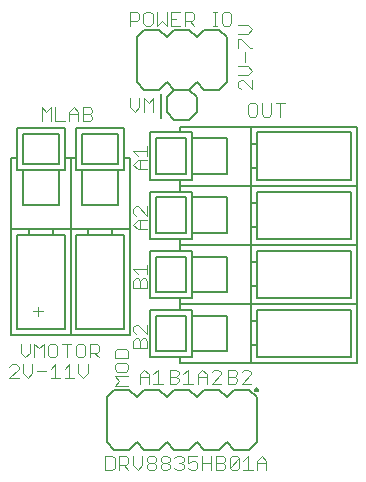
<source format=gbr>
G75*
G70*
%OFA0B0*%
%FSLAX24Y24*%
%IPPOS*%
%LPD*%
%AMOC8*
5,1,8,0,0,1.08239X$1,22.5*
%
%ADD10C,0.0040*%
%ADD11C,0.0079*%
%ADD12C,0.0050*%
%ADD13C,0.0060*%
D10*
X000668Y003555D02*
X000975Y003862D01*
X000975Y003939D01*
X000898Y004015D01*
X000744Y004015D01*
X000668Y003939D01*
X000668Y003555D02*
X000975Y003555D01*
X001128Y003708D02*
X001281Y003555D01*
X001435Y003708D01*
X001435Y004015D01*
X001503Y004243D02*
X001503Y004703D01*
X001656Y004549D01*
X001810Y004703D01*
X001810Y004243D01*
X001963Y004319D02*
X001963Y004626D01*
X002040Y004703D01*
X002194Y004703D01*
X002270Y004626D01*
X002270Y004319D01*
X002194Y004243D01*
X002040Y004243D01*
X001963Y004319D01*
X002202Y004015D02*
X002049Y003862D01*
X001895Y003785D02*
X001588Y003785D01*
X001196Y004243D02*
X001350Y004396D01*
X001350Y004703D01*
X001043Y004703D02*
X001043Y004396D01*
X001196Y004243D01*
X001128Y004015D02*
X001128Y003708D01*
X002049Y003555D02*
X002356Y003555D01*
X002509Y003555D02*
X002816Y003555D01*
X002663Y003555D02*
X002663Y004015D01*
X002509Y003862D01*
X002202Y004015D02*
X002202Y003555D01*
X002577Y004243D02*
X002577Y004703D01*
X002424Y004703D02*
X002731Y004703D01*
X002884Y004626D02*
X002884Y004319D01*
X002961Y004243D01*
X003114Y004243D01*
X003191Y004319D01*
X003191Y004626D01*
X003114Y004703D01*
X002961Y004703D01*
X002884Y004626D01*
X002970Y004015D02*
X002970Y003708D01*
X003123Y003555D01*
X003277Y003708D01*
X003277Y004015D01*
X003345Y004243D02*
X003345Y004703D01*
X003575Y004703D01*
X003652Y004626D01*
X003652Y004473D01*
X003575Y004396D01*
X003345Y004396D01*
X003498Y004396D02*
X003652Y004243D01*
X004180Y004226D02*
X004180Y004456D01*
X004256Y004533D01*
X004563Y004533D01*
X004640Y004456D01*
X004640Y004226D01*
X004180Y004226D01*
X004256Y004072D02*
X004180Y003996D01*
X004180Y003842D01*
X004256Y003765D01*
X004563Y003765D01*
X004640Y003842D01*
X004640Y003996D01*
X004563Y004072D01*
X004256Y004072D01*
X004180Y003612D02*
X004640Y003612D01*
X004640Y003305D02*
X004180Y003305D01*
X004333Y003458D01*
X004180Y003612D01*
X004805Y004572D02*
X004805Y004802D01*
X004881Y004879D01*
X004958Y004879D01*
X005035Y004802D01*
X005035Y004572D01*
X005035Y004802D02*
X005112Y004879D01*
X005188Y004879D01*
X005265Y004802D01*
X005265Y004572D01*
X004805Y004572D01*
X004881Y005032D02*
X004805Y005109D01*
X004805Y005262D01*
X004881Y005339D01*
X004958Y005339D01*
X005265Y005032D01*
X005265Y005339D01*
X005265Y006572D02*
X004805Y006572D01*
X004805Y006802D01*
X004881Y006879D01*
X004958Y006879D01*
X005035Y006802D01*
X005035Y006572D01*
X005035Y006802D02*
X005112Y006879D01*
X005188Y006879D01*
X005265Y006802D01*
X005265Y006572D01*
X005265Y007032D02*
X005265Y007339D01*
X005265Y007186D02*
X004805Y007186D01*
X004958Y007032D01*
X004958Y008509D02*
X004805Y008663D01*
X004958Y008816D01*
X005265Y008816D01*
X005265Y008970D02*
X004958Y009277D01*
X004881Y009277D01*
X004805Y009200D01*
X004805Y009046D01*
X004881Y008970D01*
X005035Y008816D02*
X005035Y008509D01*
X004958Y008509D02*
X005265Y008509D01*
X005265Y008970D02*
X005265Y009277D01*
X005265Y010509D02*
X004958Y010509D01*
X004805Y010663D01*
X004958Y010816D01*
X005265Y010816D01*
X005265Y010970D02*
X005265Y011277D01*
X005265Y011123D02*
X004805Y011123D01*
X004958Y010970D01*
X005035Y010816D02*
X005035Y010509D01*
X005157Y012430D02*
X005157Y012890D01*
X005311Y012737D01*
X005464Y012890D01*
X005464Y012430D01*
X005004Y012583D02*
X005004Y012890D01*
X004697Y012890D02*
X004697Y012583D01*
X004850Y012430D01*
X005004Y012583D01*
X003431Y012501D02*
X003431Y012424D01*
X003354Y012348D01*
X003124Y012348D01*
X002970Y012348D02*
X002663Y012348D01*
X002663Y012424D02*
X002663Y012118D01*
X002510Y012118D02*
X002203Y012118D01*
X002203Y012578D01*
X002049Y012578D02*
X002049Y012118D01*
X001743Y012118D02*
X001743Y012578D01*
X001896Y012424D01*
X002049Y012578D01*
X002663Y012424D02*
X002817Y012578D01*
X002970Y012424D01*
X002970Y012118D01*
X003124Y012118D02*
X003354Y012118D01*
X003431Y012194D01*
X003431Y012271D01*
X003354Y012348D01*
X003431Y012501D02*
X003354Y012578D01*
X003124Y012578D01*
X003124Y012118D01*
X004680Y015305D02*
X004680Y015765D01*
X004910Y015765D01*
X004987Y015689D01*
X004987Y015535D01*
X004910Y015458D01*
X004680Y015458D01*
X005140Y015382D02*
X005217Y015305D01*
X005371Y015305D01*
X005447Y015382D01*
X005447Y015689D01*
X005371Y015765D01*
X005217Y015765D01*
X005140Y015689D01*
X005140Y015382D01*
X005601Y015305D02*
X005754Y015458D01*
X005908Y015305D01*
X005908Y015765D01*
X006061Y015765D02*
X006061Y015305D01*
X006368Y015305D01*
X006522Y015305D02*
X006522Y015765D01*
X006752Y015765D01*
X006828Y015689D01*
X006828Y015535D01*
X006752Y015458D01*
X006522Y015458D01*
X006675Y015458D02*
X006828Y015305D01*
X006368Y015765D02*
X006061Y015765D01*
X006061Y015535D02*
X006215Y015535D01*
X005601Y015765D02*
X005601Y015305D01*
X007442Y015305D02*
X007596Y015305D01*
X007519Y015305D02*
X007519Y015765D01*
X007442Y015765D02*
X007596Y015765D01*
X007749Y015689D02*
X007749Y015382D01*
X007826Y015305D01*
X007979Y015305D01*
X008056Y015382D01*
X008056Y015689D01*
X007979Y015765D01*
X007826Y015765D01*
X007749Y015689D01*
X008305Y015328D02*
X008612Y015328D01*
X008765Y015175D01*
X008612Y015022D01*
X008305Y015022D01*
X008305Y014868D02*
X008381Y014868D01*
X008688Y014561D01*
X008765Y014561D01*
X008535Y014408D02*
X008535Y014101D01*
X008612Y013947D02*
X008305Y013947D01*
X008305Y013640D02*
X008612Y013640D01*
X008765Y013794D01*
X008612Y013947D01*
X008765Y013487D02*
X008765Y013180D01*
X008458Y013487D01*
X008381Y013487D01*
X008305Y013410D01*
X008305Y013257D01*
X008381Y013180D01*
X008697Y012732D02*
X008620Y012656D01*
X008620Y012349D01*
X008697Y012272D01*
X008851Y012272D01*
X008927Y012349D01*
X008927Y012656D01*
X008851Y012732D01*
X008697Y012732D01*
X009081Y012732D02*
X009081Y012349D01*
X009158Y012272D01*
X009311Y012272D01*
X009388Y012349D01*
X009388Y012732D01*
X009541Y012732D02*
X009848Y012732D01*
X009695Y012732D02*
X009695Y012272D01*
X008305Y014561D02*
X008305Y014868D01*
X001777Y005785D02*
X001470Y005785D01*
X001623Y005632D02*
X001623Y005939D01*
X005009Y003674D02*
X005009Y003368D01*
X005009Y003598D02*
X005316Y003598D01*
X005316Y003674D02*
X005316Y003368D01*
X005470Y003368D02*
X005777Y003368D01*
X005623Y003368D02*
X005623Y003828D01*
X005470Y003674D01*
X005316Y003674D02*
X005163Y003828D01*
X005009Y003674D01*
X006009Y003598D02*
X006239Y003598D01*
X006316Y003521D01*
X006316Y003444D01*
X006239Y003368D01*
X006009Y003368D01*
X006009Y003828D01*
X006239Y003828D01*
X006316Y003751D01*
X006316Y003674D01*
X006239Y003598D01*
X006470Y003674D02*
X006623Y003828D01*
X006623Y003368D01*
X006470Y003368D02*
X006777Y003368D01*
X006947Y003368D02*
X006947Y003674D01*
X007100Y003828D01*
X007254Y003674D01*
X007254Y003368D01*
X007407Y003368D02*
X007714Y003674D01*
X007714Y003751D01*
X007637Y003828D01*
X007484Y003828D01*
X007407Y003751D01*
X007254Y003598D02*
X006947Y003598D01*
X007407Y003368D02*
X007714Y003368D01*
X007947Y003368D02*
X008177Y003368D01*
X008254Y003444D01*
X008254Y003521D01*
X008177Y003598D01*
X007947Y003598D01*
X007947Y003368D02*
X007947Y003828D01*
X008177Y003828D01*
X008254Y003751D01*
X008254Y003674D01*
X008177Y003598D01*
X008407Y003751D02*
X008484Y003828D01*
X008637Y003828D01*
X008714Y003751D01*
X008714Y003674D01*
X008407Y003368D01*
X008714Y003368D01*
X008625Y000953D02*
X008625Y000493D01*
X008778Y000493D02*
X008471Y000493D01*
X008318Y000569D02*
X008318Y000876D01*
X008011Y000569D01*
X008088Y000493D01*
X008241Y000493D01*
X008318Y000569D01*
X008471Y000799D02*
X008625Y000953D01*
X008318Y000876D02*
X008241Y000953D01*
X008088Y000953D01*
X008011Y000876D01*
X008011Y000569D01*
X007858Y000569D02*
X007781Y000493D01*
X007551Y000493D01*
X007551Y000953D01*
X007781Y000953D01*
X007858Y000876D01*
X007858Y000799D01*
X007781Y000723D01*
X007551Y000723D01*
X007397Y000723D02*
X007090Y000723D01*
X006937Y000723D02*
X006937Y000569D01*
X006860Y000493D01*
X006707Y000493D01*
X006630Y000569D01*
X006476Y000569D02*
X006400Y000493D01*
X006246Y000493D01*
X006169Y000569D01*
X006016Y000569D02*
X005939Y000493D01*
X005786Y000493D01*
X005709Y000569D01*
X005709Y000646D01*
X005786Y000723D01*
X005939Y000723D01*
X006016Y000646D01*
X006016Y000569D01*
X005939Y000723D02*
X006016Y000799D01*
X006016Y000876D01*
X005939Y000953D01*
X005786Y000953D01*
X005709Y000876D01*
X005709Y000799D01*
X005786Y000723D01*
X005556Y000799D02*
X005479Y000723D01*
X005325Y000723D01*
X005249Y000799D01*
X005249Y000876D01*
X005325Y000953D01*
X005479Y000953D01*
X005556Y000876D01*
X005556Y000799D01*
X005479Y000723D02*
X005556Y000646D01*
X005556Y000569D01*
X005479Y000493D01*
X005325Y000493D01*
X005249Y000569D01*
X005249Y000646D01*
X005325Y000723D01*
X005095Y000646D02*
X005095Y000953D01*
X004788Y000953D02*
X004788Y000646D01*
X004942Y000493D01*
X005095Y000646D01*
X004635Y000723D02*
X004558Y000646D01*
X004328Y000646D01*
X004481Y000646D02*
X004635Y000493D01*
X004635Y000723D02*
X004635Y000876D01*
X004558Y000953D01*
X004328Y000953D01*
X004328Y000493D01*
X004174Y000569D02*
X004174Y000876D01*
X004098Y000953D01*
X003868Y000953D01*
X003868Y000493D01*
X004098Y000493D01*
X004174Y000569D01*
X006169Y000876D02*
X006246Y000953D01*
X006400Y000953D01*
X006476Y000876D01*
X006476Y000799D01*
X006400Y000723D01*
X006476Y000646D01*
X006476Y000569D01*
X006400Y000723D02*
X006323Y000723D01*
X006630Y000723D02*
X006783Y000799D01*
X006860Y000799D01*
X006937Y000723D01*
X006937Y000953D02*
X006630Y000953D01*
X006630Y000723D01*
X007090Y000493D02*
X007090Y000953D01*
X007397Y000953D02*
X007397Y000493D01*
X007781Y000723D02*
X007858Y000646D01*
X007858Y000569D01*
X008932Y000493D02*
X008932Y000799D01*
X009085Y000953D01*
X009239Y000799D01*
X009239Y000493D01*
X009239Y000723D02*
X008932Y000723D01*
D11*
X005723Y012223D02*
X005723Y013035D01*
D12*
X006355Y011937D02*
X006355Y011740D01*
X006749Y011740D01*
X006749Y011543D01*
X007930Y011543D01*
X007930Y010362D01*
X006749Y010362D01*
X006749Y010165D01*
X006355Y010165D01*
X006355Y009968D01*
X008718Y009968D01*
X012261Y009968D01*
X012261Y011937D01*
X008718Y011937D01*
X008718Y011346D01*
X008914Y011346D01*
X008914Y011740D01*
X012064Y011740D01*
X012064Y010165D01*
X008914Y010165D01*
X008914Y010559D01*
X008718Y010559D01*
X008718Y009968D01*
X012261Y009968D01*
X012261Y008000D01*
X012261Y006031D01*
X008718Y006031D01*
X008718Y006622D01*
X008914Y006622D01*
X008914Y007409D01*
X008718Y007409D01*
X008718Y006622D01*
X008914Y006622D02*
X008914Y006228D01*
X012064Y006228D01*
X012064Y007803D01*
X008914Y007803D01*
X008914Y007409D01*
X008718Y007409D02*
X008718Y008000D01*
X012261Y008000D01*
X008718Y008000D01*
X006355Y008000D01*
X006355Y007803D01*
X006749Y007803D01*
X006749Y007606D01*
X007930Y007606D01*
X007930Y006425D01*
X006749Y006425D01*
X006749Y006228D01*
X006355Y006228D01*
X006355Y006031D01*
X008718Y006031D01*
X012261Y006031D01*
X012261Y004063D01*
X008718Y004063D01*
X008718Y004653D01*
X008914Y004653D01*
X008914Y005441D01*
X008718Y005441D01*
X008718Y004653D01*
X008914Y004653D02*
X008914Y004259D01*
X012064Y004259D01*
X012064Y005834D01*
X008914Y005834D01*
X008914Y005441D01*
X008718Y005441D02*
X008718Y006031D01*
X006355Y006031D01*
X006355Y005834D01*
X006749Y005834D01*
X006749Y005637D01*
X007930Y005637D01*
X007930Y004456D01*
X006749Y004456D01*
X006749Y004259D01*
X006355Y004259D01*
X006355Y004063D01*
X008718Y004063D01*
X008860Y003160D02*
X008862Y003173D01*
X008867Y003186D01*
X008876Y003197D01*
X008887Y003204D01*
X008900Y003209D01*
X008913Y003210D01*
X008927Y003207D01*
X008939Y003201D01*
X008949Y003192D01*
X008956Y003180D01*
X008960Y003167D01*
X008960Y003153D01*
X008956Y003140D01*
X008949Y003128D01*
X008939Y003119D01*
X008927Y003113D01*
X008913Y003110D01*
X008900Y003111D01*
X008887Y003116D01*
X008876Y003123D01*
X008867Y003134D01*
X008862Y003147D01*
X008860Y003160D01*
X006749Y004456D02*
X006749Y005637D01*
X006552Y005637D02*
X006552Y004456D01*
X005568Y004456D01*
X005568Y005637D01*
X006552Y005637D01*
X006355Y005834D02*
X005371Y005834D01*
X005371Y004259D01*
X006355Y004259D01*
X006355Y006228D02*
X005371Y006228D01*
X005371Y007803D01*
X006355Y007803D01*
X006355Y008000D02*
X006355Y008196D01*
X005371Y008196D01*
X005371Y009771D01*
X006355Y009771D01*
X006355Y009968D01*
X008718Y009968D01*
X008718Y009378D01*
X008914Y009378D01*
X008914Y009771D01*
X012064Y009771D01*
X012064Y008196D01*
X008914Y008196D01*
X008914Y008590D01*
X008718Y008590D01*
X008718Y008000D01*
X006355Y008000D01*
X006355Y008196D02*
X006749Y008196D01*
X006749Y008393D01*
X007930Y008393D01*
X007930Y009574D01*
X006749Y009574D01*
X006749Y008393D01*
X006552Y008393D02*
X005568Y008393D01*
X005568Y009574D01*
X006552Y009574D01*
X006552Y008393D01*
X006552Y007606D02*
X006552Y006425D01*
X005568Y006425D01*
X005568Y007606D01*
X006552Y007606D01*
X006749Y007606D02*
X006749Y006425D01*
X004675Y004984D02*
X002707Y004984D01*
X000738Y004984D01*
X000738Y008527D01*
X001329Y008527D01*
X001329Y008330D01*
X002116Y008330D01*
X002116Y008527D01*
X001329Y008527D01*
X001329Y008330D02*
X000935Y008330D01*
X000935Y005181D01*
X002510Y005181D01*
X002510Y008330D01*
X002116Y008330D01*
X002116Y008527D02*
X002707Y008527D01*
X002707Y004984D01*
X002707Y008527D01*
X002707Y010889D01*
X002510Y010889D01*
X002510Y010496D01*
X002313Y010496D01*
X002313Y009315D01*
X001132Y009315D01*
X001132Y010496D01*
X000935Y010496D01*
X000935Y010889D01*
X000738Y010889D01*
X000738Y008527D01*
X001132Y010496D02*
X002313Y010496D01*
X002313Y010693D02*
X001132Y010693D01*
X001132Y011677D01*
X002313Y011677D01*
X002313Y010693D01*
X002510Y010889D02*
X002510Y011874D01*
X000935Y011874D01*
X000935Y010889D01*
X002707Y010889D02*
X002707Y008527D01*
X003297Y008527D01*
X003297Y008330D01*
X004085Y008330D01*
X004085Y008527D01*
X003297Y008527D01*
X003297Y008330D02*
X002904Y008330D01*
X002904Y005181D01*
X004478Y005181D01*
X004478Y008330D01*
X004085Y008330D01*
X004085Y008527D02*
X004675Y008527D01*
X004675Y004984D01*
X004675Y008527D02*
X004675Y010889D01*
X004478Y010889D01*
X004478Y010496D01*
X004282Y010496D01*
X004282Y009315D01*
X003100Y009315D01*
X003100Y010496D01*
X002904Y010496D01*
X002904Y010889D01*
X002707Y010889D01*
X002904Y010889D02*
X002904Y011874D01*
X004478Y011874D01*
X004478Y010889D01*
X004282Y010693D02*
X003100Y010693D01*
X003100Y011677D01*
X004282Y011677D01*
X004282Y010693D01*
X004282Y010496D02*
X003100Y010496D01*
X005371Y010165D02*
X006355Y010165D01*
X006552Y010362D02*
X005568Y010362D01*
X005568Y011543D01*
X006552Y011543D01*
X006552Y010362D01*
X006749Y010362D02*
X006749Y011543D01*
X006355Y011740D02*
X005371Y011740D01*
X005371Y010165D01*
X006355Y009771D02*
X006749Y009771D01*
X006749Y009574D01*
X006355Y011937D02*
X008718Y011937D01*
X008718Y011346D02*
X008718Y010559D01*
X008914Y010559D02*
X008914Y011346D01*
X008914Y009378D02*
X008914Y008590D01*
X008718Y008590D02*
X008718Y009378D01*
D13*
X006660Y012160D02*
X006910Y012410D01*
X006910Y012910D01*
X006660Y013160D01*
X006160Y013160D01*
X005910Y012910D01*
X005910Y012410D01*
X006160Y012160D01*
X006660Y012160D01*
X006660Y013160D02*
X006160Y013160D01*
X005910Y013410D01*
X005660Y013160D01*
X005160Y013160D01*
X004910Y013410D01*
X004910Y014910D01*
X005160Y015160D01*
X005660Y015160D01*
X005910Y014910D01*
X006160Y015160D01*
X006660Y015160D01*
X006910Y014910D01*
X007160Y015160D01*
X007660Y015160D01*
X007910Y014910D01*
X007910Y013410D01*
X007660Y013160D01*
X007160Y013160D01*
X006910Y013410D01*
X006660Y013160D01*
X006660Y003160D02*
X006160Y003160D01*
X005910Y002910D01*
X005660Y003160D01*
X005160Y003160D01*
X004910Y002910D01*
X004660Y003160D01*
X004160Y003160D01*
X003910Y002910D01*
X003910Y001410D01*
X004160Y001160D01*
X004660Y001160D01*
X004910Y001410D01*
X005160Y001160D01*
X005660Y001160D01*
X005910Y001410D01*
X006160Y001160D01*
X006660Y001160D01*
X006910Y001410D01*
X007160Y001160D01*
X007660Y001160D01*
X007910Y001410D01*
X008160Y001160D01*
X008660Y001160D01*
X008910Y001410D01*
X008910Y002910D01*
X008660Y003160D01*
X008160Y003160D01*
X007910Y002910D01*
X007660Y003160D01*
X007160Y003160D01*
X006910Y002910D01*
X006660Y003160D01*
M02*

</source>
